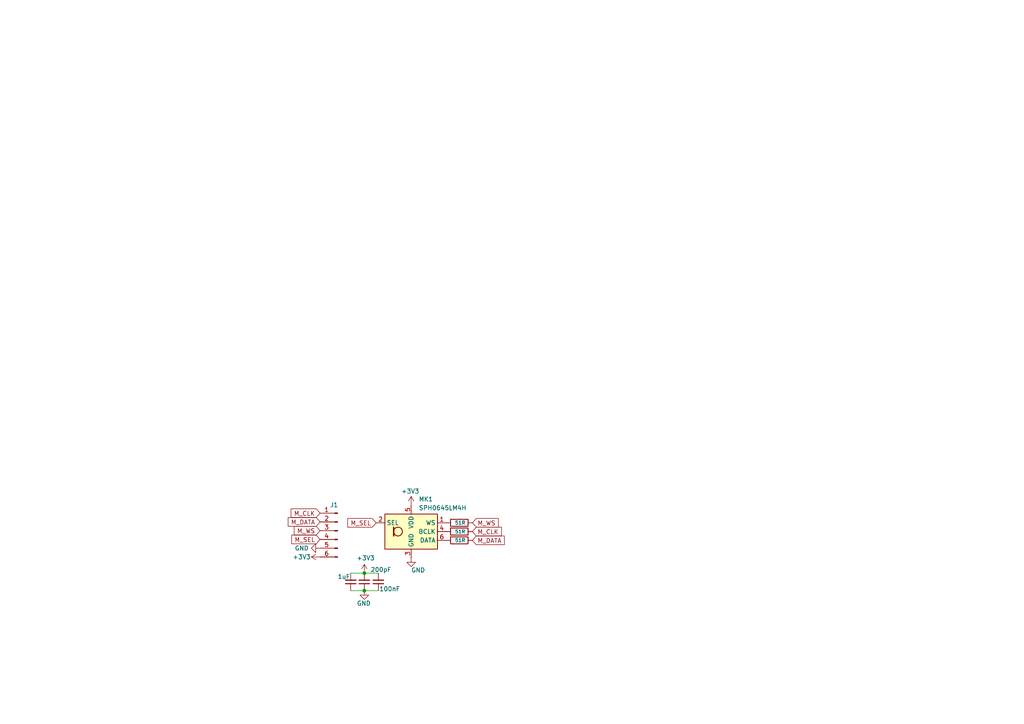
<source format=kicad_sch>
(kicad_sch (version 20230121) (generator eeschema)
  (paper "A4")
  (lib_symbols
    (symbol "Connector:Conn_01x06_Pin" (pin_names (offset 1.016) hide)
      (property "Reference" "J" (at 0 7.62 0))
      (property "Value" "Conn_01x06_Pin" (at 0 -10.16 0))
      (symbol "Conn_01x06_Pin_1_1"
        (polyline (pts (xy 1.27 -7.62) (xy 0.8636 -7.62)) (stroke (width 0.1524)))
        (polyline (pts (xy 1.27 -5.08) (xy 0.8636 -5.08)) (stroke (width 0.1524)))
        (polyline (pts (xy 1.27 -2.54) (xy 0.8636 -2.54)) (stroke (width 0.1524)))
        (polyline (pts (xy 1.27 0) (xy 0.8636 0)) (stroke (width 0.1524)))
        (polyline (pts (xy 1.27 2.54) (xy 0.8636 2.54)) (stroke (width 0.1524)))
        (polyline (pts (xy 1.27 5.08) (xy 0.8636 5.08)) (stroke (width 0.1524)))
        (rectangle (start 0.8636 -7.493) (end 0 -7.747) (stroke (width 0.1524)) (fill (type outline)))
        (rectangle (start 0.8636 -4.953) (end 0 -5.207) (stroke (width 0.1524)) (fill (type outline)))
        (rectangle (start 0.8636 -2.413) (end 0 -2.667) (stroke (width 0.1524)) (fill (type outline)))
        (rectangle (start 0.8636 0.127) (end 0 -0.127) (stroke (width 0.1524)) (fill (type outline)))
        (rectangle (start 0.8636 2.667) (end 0 2.413) (stroke (width 0.1524)) (fill (type outline)))
        (rectangle (start 0.8636 5.207) (end 0 4.953) (stroke (width 0.1524)) (fill (type outline)))
        (pin passive line (at 5.08 5.08 180) (length 3.81) (name "Pin_1") (number "1"))
        (pin passive line (at 5.08 2.54 180) (length 3.81) (name "Pin_2") (number "2"))
        (pin passive line (at 5.08 0 180) (length 3.81) (name "Pin_3") (number "3"))
        (pin passive line (at 5.08 -2.54 180) (length 3.81) (name "Pin_4") (number "4"))
        (pin passive line (at 5.08 -5.08 180) (length 3.81) (name "Pin_5") (number "5"))
        (pin passive line (at 5.08 -7.62 180) (length 3.81) (name "Pin_6") (number "6"))
      )
    )
    (symbol "Device:C_Small" (pin_numbers hide) (pin_names (offset 0.254) hide)
      (property "Reference" "C" (at 0.254 1.778 0))
      (property "Value" "C_Small" (at 0.254 -2.032 0))
      (symbol "C_Small_0_1"
        (polyline (pts (xy -1.524 -0.508) (xy 1.524 -0.508)) (stroke (width 0.3302)))
        (polyline (pts (xy -1.524 0.508) (xy 1.524 0.508)) (stroke (width 0.3048)))
      )
      (symbol "C_Small_1_1"
        (pin passive line (at 0 2.54 270) (length 2.032) (name "~") (number "1"))
        (pin passive line (at 0 -2.54 90) (length 2.032) (name "~") (number "2"))
      )
    )
    (symbol "Device:R" (pin_numbers hide) (pin_names (offset 0))
      (property "Reference" "R" (at 2.032 0 90))
      (property "Value" "R" (at 0 0 90))
      (symbol "R_0_1"
        (rectangle (start -1.016 -2.54) (end 1.016 2.54) (stroke (width 0.254)))
      )
      (symbol "R_1_1"
        (pin passive line (at 0 3.81 270) (length 1.27) (name "~") (number "1"))
        (pin passive line (at 0 -3.81 90) (length 1.27) (name "~") (number "2"))
      )
    )
    (symbol "Sensor_Audio:SPH0645LM4H"
      (property "Reference" "MK" (at -7.62 6.35 0))
      (property "Value" "SPH0645LM4H" (at 1.27 6.35 0))
      (symbol "SPH0645LM4H_1_1"
        (rectangle (start -7.62 5.08) (end 7.62 -5.08) (stroke (width 0.254)) (fill (type background)))
        (circle (center -3.81 0) (radius 1.27) (stroke (width 0.254)))
        (polyline (pts (xy -5.08 1.27) (xy -5.08 -1.27)) (stroke (width 0.381)))
        (pin input line (at 10.16 2.54 180) (length 2.54) (name "WS") (number "1"))
        (pin input line (at -10.16 2.54 0) (length 2.54) (name "SEL") (number "2"))
        (pin power_in line (at 0 -7.62 90) (length 2.54) (name "GND") (number "3"))
        (pin input line (at 10.16 0 180) (length 2.54) (name "BCLK") (number "4"))
        (pin power_in line (at 0 7.62 270) (length 2.54) (name "VDD") (number "5"))
        (pin output line (at 10.16 -2.54 180) (length 2.54) (name "DATA") (number "6"))
      )
    )
    (symbol "power:+3V3" (power) (pin_names (offset 0))
      (property "Value" "+3V3" (at 0 3.556 0))
      (symbol "+3V3_0_1"
        (polyline (pts (xy -0.762 1.27) (xy 0 2.54)))
        (polyline (pts (xy 0 0) (xy 0 2.54)))
        (polyline (pts (xy 0 2.54) (xy 0.762 1.27)))
      )
      (symbol "+3V3_1_1"
        (pin power_in line (at 0 0 90) (length 0) hide (name "+3V3") (number "1"))
      )
    )
    (symbol "power:GND" (power) (pin_names (offset 0))
      (property "Value" "GND" (at 0 -3.81 0))
      (symbol "GND_0_1"
        (polyline (pts (xy 0 0) (xy 0 -1.27) (xy 1.27 -1.27) (xy 0 -2.54) (xy -1.27 -1.27) (xy 0 -1.27)))
      )
      (symbol "GND_1_1"
        (pin power_in line (at 0 0 270) (length 0) hide (name "GND") (number "1"))
      )
    )
  )
  (junction (at 105.664 166.243))
  (junction (at 105.664 171.323))
  (wire (pts (xy 101.727 171.323) (xy 105.664 171.323)))
  (wire (pts (xy 105.664 171.323) (xy 109.728 171.323)))
  (wire (pts (xy 105.664 166.243) (xy 109.728 166.243)))
  (wire (pts (xy 101.727 166.243) (xy 105.664 166.243)))
  (global_label "M_CLK" (shape input) (at 137.033 154.178 0) (property "Intersheetrefs" "${INTERSHEET_REFS}" (effects hide)))
  (global_label "M_WS" (shape input) (at 92.837 153.924 180) (property "Intersheetrefs" "${INTERSHEET_REFS}" (effects hide)))
  (global_label "M_SEL" (shape input) (at 109.093 151.638 180) (property "Intersheetrefs" "${INTERSHEET_REFS}" (effects hide)))
  (global_label "M_DATA" (shape input) (at 92.837 151.384 180) (property "Intersheetrefs" "${INTERSHEET_REFS}" (effects hide)))
  (global_label "M_SEL" (shape input) (at 92.837 156.464 180) (property "Intersheetrefs" "${INTERSHEET_REFS}" (effects hide)))
  (global_label "M_WS" (shape input) (at 137.033 151.638 0) (property "Intersheetrefs" "${INTERSHEET_REFS}" (effects hide)))
  (global_label "M_DATA" (shape input) (at 137.033 156.718 0) (property "Intersheetrefs" "${INTERSHEET_REFS}" (effects hide)))
  (global_label "M_CLK" (shape input) (at 92.837 148.844 180) (property "Intersheetrefs" "${INTERSHEET_REFS}" (effects hide)))
  (symbol (lib_id "Connector:Conn_01x06_Pin") (at 97.917 153.924 0) (mirror y) (unit 1)
    (property "Reference" "J1" (at 96.901 146.431 0))
    (property "Value" "Conn_01x06_Pin" (effects hide))
  )
  (symbol (lib_id "Device:C_Small") (at 109.728 168.783 0) (mirror x) (unit 1)
    (property "Reference" "C3" (effects hide))
    (property "Value" "100nF" (at 109.982 170.815 0) (effects (justify left)))
  )
  (symbol (lib_id "power:+3V3") (at 92.837 161.544 90) (unit 1)
    (property "Reference" "#PWR01" (effects hide))
    (property "Value" "+3V3" (at 87.503 161.544 90))
  )
  (symbol (lib_id "Device:C_Small") (at 101.727 168.783 0) (mirror x) (unit 1)
    (property "Reference" "C1" (effects hide))
    (property "Value" "1uF" (at 97.917 167.259 0) (effects (justify left)))
  )
  (symbol (lib_id "Sensor_Audio:SPH0645LM4H") (at 119.253 154.178 0) (unit 1)
    (property "Reference" "MK1" (at 121.4471 144.78 0) (effects (justify left)))
    (property "Value" "SPH0645LM4H" (at 121.4471 147.32 0) (effects (justify left)))
    (property "Footprint" "Sensor_Audio:Knowles_SPH0645LM4H-6_3.5x2.65mm" (effects hide))
    (property "Datasheet" "https://www.knowles.com/docs/default-source/default-document-library/sph0645lm4h-1-datasheet.pdf" (effects hide))
  )
  (symbol (lib_id "power:GND") (at 119.253 161.798 0) (mirror y) (unit 1)
    (property "Reference" "#PWR09" (effects hide))
    (property "Value" "GND" (at 123.317 165.354 0) (effects (justify left)))
  )
  (symbol (lib_id "Device:C_Small") (at 105.664 168.783 0) (mirror x) (unit 1)
    (property "Reference" "C2" (effects hide))
    (property "Value" "200pF" (at 107.442 165.227 0) (effects (justify left)))
  )
  (symbol (lib_id "Device:R") (at 133.223 154.178 90) (unit 1) (on_board no)
    (property "Reference" "R2" (effects hide))
    (property "Value" "51R" (at 135.001 154.178 90) (effects (font (size 1 1)) (justify left)))
    (property "Footprint" "Resistor_SMD:R_0805_2012Metric_Pad1.20x1.40mm_HandSolder" (effects hide))
  )
  (symbol (lib_id "power:+3V3") (at 105.664 166.243 0) (unit 1)
    (property "Reference" "#PWR010" (effects hide))
    (property "Value" "+3V3" (at 106.045 161.8488 0))
  )
  (symbol (lib_id "power:+3V3") (at 119.253 146.558 0) (unit 1)
    (property "Reference" "#PWR08" (effects hide))
    (property "Value" "+3V3" (at 118.999 142.494 0))
  )
  (symbol (lib_id "power:GND") (at 92.837 159.004 270) (mirror x) (unit 1)
    (property "Reference" "#PWR02" (effects hide))
    (property "Value" "GND" (at 85.471 159.004 90) (effects (justify left)))
  )
  (symbol (lib_id "power:GND") (at 105.664 171.323 0) (mirror y) (unit 1)
    (property "Reference" "#PWR011" (effects hide))
    (property "Value" "GND" (at 107.569 175.006 0) (effects (justify left)))
  )
  (symbol (lib_id "Device:R") (at 133.223 151.638 90) (unit 1) (on_board no)
    (property "Reference" "R1" (effects hide))
    (property "Value" "51R" (at 135.001 151.638 90) (effects (font (size 1 1)) (justify left)))
    (property "Footprint" "Resistor_SMD:R_0805_2012Metric_Pad1.20x1.40mm_HandSolder" (effects hide))
  )
  (symbol (lib_id "Device:R") (at 133.223 156.718 90) (unit 1) (on_board no)
    (property "Reference" "R3" (effects hide))
    (property "Value" "51R" (at 135.001 156.718 90) (effects (font (size 1 1)) (justify left)))
    (property "Footprint" "Resistor_SMD:R_0805_2012Metric_Pad1.20x1.40mm_HandSolder" (effects hide))
  )
)
</source>
